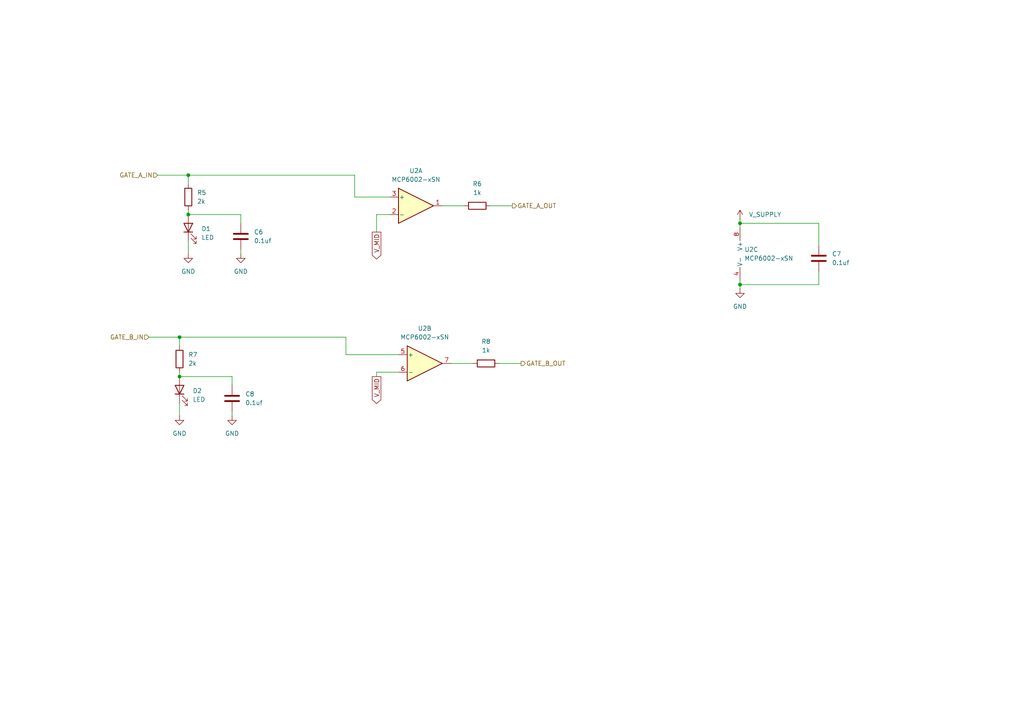
<source format=kicad_sch>
(kicad_sch (version 20231120) (generator "eeschema") (generator_version "8.0")
  (paper "A4")
  (lib_symbols
    (symbol "Amplifier_Operational:MCP6002-xSN" (pin_names (offset 0.127))
      (property "Reference" "U" (at 0 5.08 0))
      (property "Value" "MCP6002-xSN" (at 0 -5.08 0))
      (symbol "MCP6002-xSN_1_1"
        (polyline (pts (xy -5.08 5.08) (xy 5.08 0) (xy -5.08 -5.08) (xy -5.08 5.08)) (stroke (width 0.254)) (fill (type background)))
        (pin output line (at 7.62 0 180) (length 2.54) (name "~") (number "1"))
        (pin input line (at -7.62 -2.54 0) (length 2.54) (name "-") (number "2"))
        (pin input line (at -7.62 2.54 0) (length 2.54) (name "+") (number "3"))
      )
      (symbol "MCP6002-xSN_2_1"
        (polyline (pts (xy -5.08 5.08) (xy 5.08 0) (xy -5.08 -5.08) (xy -5.08 5.08)) (stroke (width 0.254)) (fill (type background)))
        (pin input line (at -7.62 2.54 0) (length 2.54) (name "+") (number "5"))
        (pin input line (at -7.62 -2.54 0) (length 2.54) (name "-") (number "6"))
        (pin output line (at 7.62 0 180) (length 2.54) (name "~") (number "7"))
      )
      (symbol "MCP6002-xSN_3_1"
        (pin power_in line (at -2.54 -7.62 90) (length 3.81) (name "V-") (number "4"))
        (pin power_in line (at -2.54 7.62 270) (length 3.81) (name "V+") (number "8"))
      )
    )
    (symbol "Device:C" (pin_numbers hide) (pin_names (offset 0.254))
      (property "Reference" "C" (at 0.635 2.54 0))
      (property "Value" "C" (at 0.635 -2.54 0))
      (symbol "C_0_1"
        (polyline (pts (xy -2.032 -0.762) (xy 2.032 -0.762)) (stroke (width 0.508)))
        (polyline (pts (xy -2.032 0.762) (xy 2.032 0.762)) (stroke (width 0.508)))
      )
      (symbol "C_1_1"
        (pin passive line (at 0 3.81 270) (length 2.794) (name "~") (number "1"))
        (pin passive line (at 0 -3.81 90) (length 2.794) (name "~") (number "2"))
      )
    )
    (symbol "Device:LED" (pin_numbers hide) (pin_names (offset 1.016) hide)
      (property "Reference" "D" (at 0 2.54 0))
      (property "Value" "LED" (at 0 -2.54 0))
      (symbol "LED_0_1"
        (polyline (pts (xy -1.27 -1.27) (xy -1.27 1.27)) (stroke (width 0.254)))
        (polyline (pts (xy -1.27 0) (xy 1.27 0)))
        (polyline (pts (xy 1.27 -1.27) (xy 1.27 1.27) (xy -1.27 0) (xy 1.27 -1.27)) (stroke (width 0.254)))
        (polyline (pts (xy -3.048 -0.762) (xy -4.572 -2.286) (xy -3.81 -2.286) (xy -4.572 -2.286) (xy -4.572 -1.524)))
        (polyline (pts (xy -1.778 -0.762) (xy -3.302 -2.286) (xy -2.54 -2.286) (xy -3.302 -2.286) (xy -3.302 -1.524)))
      )
      (symbol "LED_1_1"
        (pin passive line (at -3.81 0 0) (length 2.54) (name "K") (number "1"))
        (pin passive line (at 3.81 0 180) (length 2.54) (name "A") (number "2"))
      )
    )
    (symbol "Device:R" (pin_numbers hide) (pin_names (offset 0))
      (property "Reference" "R" (at 2.032 0 90))
      (property "Value" "R" (at 0 0 90))
      (symbol "R_0_1"
        (rectangle (start -1.016 -2.54) (end 1.016 2.54) (stroke (width 0.254)))
      )
      (symbol "R_1_1"
        (pin passive line (at 0 3.81 270) (length 1.27) (name "~") (number "1"))
        (pin passive line (at 0 -3.81 90) (length 1.27) (name "~") (number "2"))
      )
    )
    (symbol "power:+5V" (power) (pin_numbers hide) (pin_names (offset 0) hide)
      (property "Value" "+5V" (at 0 3.556 0))
      (symbol "+5V_0_1"
        (polyline (pts (xy -0.762 1.27) (xy 0 2.54)))
        (polyline (pts (xy 0 0) (xy 0 2.54)))
        (polyline (pts (xy 0 2.54) (xy 0.762 1.27)))
      )
      (symbol "+5V_1_1"
        (pin power_in line (at 0 0 90) (length 0) (name "~") (number "1"))
      )
    )
    (symbol "power:GND" (power) (pin_numbers hide) (pin_names (offset 0) hide)
      (property "Value" "GND" (at 0 -3.81 0))
      (symbol "GND_0_1"
        (polyline (pts (xy 0 0) (xy 0 -1.27) (xy 1.27 -1.27) (xy 0 -2.54) (xy -1.27 -1.27) (xy 0 -1.27)))
      )
      (symbol "GND_1_1"
        (pin power_in line (at 0 0 270) (length 0) (name "~") (number "1"))
      )
    )
  )
  (junction (at 54.61 50.8))
  (junction (at 54.61 62.23))
  (junction (at 52.07 109.22))
  (junction (at 214.63 64.77))
  (junction (at 214.63 82.55))
  (junction (at 52.07 97.79))
  (wire (pts (xy 214.63 83.82) (xy 214.63 82.55)))
  (wire (pts (xy 52.07 120.65) (xy 52.07 116.84)))
  (wire (pts (xy 214.63 63.5) (xy 214.63 64.77)))
  (wire (pts (xy 109.22 107.95) (xy 109.22 109.22)))
  (wire (pts (xy 69.85 73.66) (xy 69.85 72.39)))
  (wire (pts (xy 214.63 64.77) (xy 214.63 66.04)))
  (wire (pts (xy 113.03 62.23) (xy 109.22 62.23)))
  (wire (pts (xy 67.31 111.76) (xy 67.31 109.22)))
  (wire (pts (xy 102.87 50.8) (xy 54.61 50.8)))
  (wire (pts (xy 67.31 109.22) (xy 52.07 109.22)))
  (wire (pts (xy 102.87 57.15) (xy 102.87 50.8)))
  (wire (pts (xy 100.33 97.79) (xy 100.33 102.87)))
  (wire (pts (xy 54.61 50.8) (xy 54.61 53.34)))
  (wire (pts (xy 52.07 97.79) (xy 52.07 100.33)))
  (wire (pts (xy 115.57 107.95) (xy 109.22 107.95)))
  (wire (pts (xy 43.18 97.79) (xy 52.07 97.79)))
  (wire (pts (xy 69.85 62.23) (xy 54.61 62.23)))
  (wire (pts (xy 100.33 97.79) (xy 52.07 97.79)))
  (wire (pts (xy 54.61 62.23) (xy 54.61 60.96)))
  (wire (pts (xy 113.03 57.15) (xy 102.87 57.15)))
  (wire (pts (xy 137.16 105.41) (xy 130.81 105.41)))
  (wire (pts (xy 69.85 64.77) (xy 69.85 62.23)))
  (wire (pts (xy 67.31 120.65) (xy 67.31 119.38)))
  (wire (pts (xy 237.49 64.77) (xy 214.63 64.77)))
  (wire (pts (xy 109.22 62.23) (xy 109.22 67.31)))
  (wire (pts (xy 100.33 102.87) (xy 115.57 102.87)))
  (wire (pts (xy 134.62 59.69) (xy 128.27 59.69)))
  (wire (pts (xy 52.07 109.22) (xy 52.07 107.95)))
  (wire (pts (xy 237.49 82.55) (xy 214.63 82.55)))
  (wire (pts (xy 45.72 50.8) (xy 54.61 50.8)))
  (wire (pts (xy 214.63 81.28) (xy 214.63 82.55)))
  (wire (pts (xy 54.61 73.66) (xy 54.61 69.85)))
  (wire (pts (xy 144.78 105.41) (xy 151.13 105.41)))
  (wire (pts (xy 237.49 71.12) (xy 237.49 64.77)))
  (wire (pts (xy 142.24 59.69) (xy 148.59 59.69)))
  (wire (pts (xy 237.49 78.74) (xy 237.49 82.55)))
  (global_label "V_MID" (shape output) (at 109.22 67.31 270) (property "Intersheetrefs" "${INTERSHEET_REFS}" (effects (hide yes))))
  (global_label "V_MID" (shape output) (at 109.22 109.22 270) (property "Intersheetrefs" "${INTERSHEET_REFS}" (effects (hide yes))))
  (hierarchical_label "GATE_A_OUT" (shape output) (at 148.59 59.69 0))
  (hierarchical_label "GATE_B_IN" (shape input) (at 43.18 97.79 180))
  (hierarchical_label "GATE_B_OUT" (shape output) (at 151.13 105.41 0))
  (hierarchical_label "GATE_A_IN" (shape input) (at 45.72 50.8 180))
  (symbol (lib_id "power:+5V") (at 214.63 63.5 0) (unit 1)
    (property "Reference" "#PWR022" (effects (hide yes)))
    (property "Value" "V_SUPPLY" (at 217.17 62.2299 0) (effects (justify left)))
    (property "Description" "Power symbol creates a global label with name \"+5V\"" (effects (hide yes)))
    (instances (project "midi" (path "" (reference "#PWR022") (unit 1)) (path "" (reference "#PWR040") (unit 1)) (path "" (reference "#PWR028") (unit 1)) (path "" (reference "#PWR034") (unit 1))))
  )
  (symbol (lib_id "Device:C") (at 237.49 74.93 0) (unit 1)
    (property "Reference" "C7" (at 241.3 73.6599 0) (effects (justify left)))
    (property "Value" "0.1uf" (at 241.3 76.1999 0) (effects (justify left)))
    (property "Footprint" "Capacitor_SMD:C_0402_1005Metric" (effects (hide yes)))
    (property "Description" "Unpolarized capacitor" (effects (hide yes)))
    (instances (project "midi" (path "" (reference "C7") (unit 1)) (path "" (reference "C16") (unit 1)) (path "" (reference "C10") (unit 1)) (path "" (reference "C13") (unit 1))))
  )
  (symbol (lib_id "Device:C") (at 69.85 68.58 0) (unit 1)
    (property "Reference" "C6" (at 73.66 67.3099 0) (effects (justify left)))
    (property "Value" "0.1uf" (at 73.66 69.8499 0) (effects (justify left)))
    (property "Footprint" "Capacitor_SMD:C_0402_1005Metric" (effects (hide yes)))
    (property "Description" "Unpolarized capacitor" (effects (hide yes)))
    (instances (project "midi" (path "" (reference "C6") (unit 1)) (path "" (reference "C15") (unit 1)) (path "" (reference "C9") (unit 1)) (path "" (reference "C12") (unit 1))))
  )
  (symbol (lib_id "power:GND") (at 214.63 83.82 0) (unit 1)
    (property "Reference" "#PWR025" (effects (hide yes)))
    (property "Value" "GND" (at 214.63 88.9 0))
    (property "Description" "Power symbol creates a global label with name \"GND\" , ground" (effects (hide yes)))
    (instances (project "midi" (path "" (reference "#PWR025") (unit 1)) (path "" (reference "#PWR043") (unit 1)) (path "" (reference "#PWR031") (unit 1)) (path "" (reference "#PWR037") (unit 1))))
  )
  (symbol (lib_id "power:GND") (at 69.85 73.66 0) (unit 1)
    (property "Reference" "#PWR024" (effects (hide yes)))
    (property "Value" "GND" (at 69.85 78.74 0))
    (property "Description" "Power symbol creates a global label with name \"GND\" , ground" (effects (hide yes)))
    (instances (project "midi" (path "" (reference "#PWR024") (unit 1)) (path "" (reference "#PWR042") (unit 1)) (path "" (reference "#PWR030") (unit 1)) (path "" (reference "#PWR036") (unit 1))))
  )
  (symbol (lib_id "Device:R") (at 138.43 59.69 90) (unit 1)
    (property "Reference" "R6" (at 138.43 53.34 90))
    (property "Value" "1k" (at 138.43 55.88 90))
    (property "Footprint" "Resistor_SMD:R_0402_1005Metric" (effects (hide yes)))
    (property "Description" "Resistor" (effects (hide yes)))
    (instances (project "midi" (path "" (reference "R6") (unit 1)) (path "" (reference "R18") (unit 1)) (path "" (reference "R10") (unit 1)) (path "" (reference "R14") (unit 1))))
  )
  (symbol (lib_id "power:GND") (at 52.07 120.65 0) (unit 1)
    (property "Reference" "#PWR026" (effects (hide yes)))
    (property "Value" "GND" (at 52.07 125.73 0))
    (property "Description" "Power symbol creates a global label with name \"GND\" , ground" (effects (hide yes)))
    (instances (project "midi" (path "" (reference "#PWR026") (unit 1)) (path "" (reference "#PWR044") (unit 1)) (path "" (reference "#PWR032") (unit 1)) (path "" (reference "#PWR038") (unit 1))))
  )
  (symbol (lib_id "Amplifier_Operational:MCP6002-xSN") (at 217.17 73.66 0) (unit 3)
    (property "Reference" "U2" (at 215.9 72.3899 0) (effects (justify left)))
    (property "Value" "MCP6002-xSN" (at 215.9 74.9299 0) (effects (justify left)))
    (property "Footprint" "Package_SO:SOIC-8-1EP_3.9x4.9mm_P1.27mm_EP2.29x3mm" (effects (hide yes)))
    (property "Datasheet" "http://ww1.microchip.com/downloads/en/DeviceDoc/21733j.pdf" (effects (hide yes)))
    (property "Description" "1MHz, Low-Power Op Amp, SOIC-8" (effects (hide yes)))
    (instances (project "midi" (path "" (reference "U2") (unit 3)) (path "" (reference "U5") (unit 3)) (path "" (reference "U3") (unit 3)) (path "" (reference "U4") (unit 3))))
  )
  (symbol (lib_id "Device:R") (at 54.61 57.15 0) (unit 1)
    (property "Reference" "R5" (at 57.15 55.8799 0) (effects (justify left)))
    (property "Value" "2k" (at 57.15 58.4199 0) (effects (justify left)))
    (property "Footprint" "Resistor_SMD:R_0402_1005Metric" (effects (hide yes)))
    (property "Description" "Resistor" (effects (hide yes)))
    (instances (project "midi" (path "" (reference "R5") (unit 1)) (path "" (reference "R17") (unit 1)) (path "" (reference "R9") (unit 1)) (path "" (reference "R13") (unit 1))))
  )
  (symbol (lib_id "Amplifier_Operational:MCP6002-xSN") (at 120.65 59.69 0) (unit 1)
    (property "Reference" "U5" (at 120.65 49.53 0))
    (property "Value" "MCP6002-xSN" (at 120.65 52.07 0))
    (property "Footprint" "Package_SO:SOIC-8-1EP_3.9x4.9mm_P1.27mm_EP2.29x3mm" (effects (hide yes)))
    (property "Datasheet" "http://ww1.microchip.com/downloads/en/DeviceDoc/21733j.pdf" (effects (hide yes)))
    (property "Description" "1MHz, Low-Power Op Amp, SOIC-8" (effects (hide yes)))
    (instances (project "midi" (path "" (reference "U2") (unit 1)) (path "" (reference "U5") (unit 1)) (path "" (reference "U3") (unit 1)) (path "" (reference "U4") (unit 1))))
  )
  (symbol (lib_id "Device:LED") (at 52.07 113.03 90) (unit 1)
    (property "Reference" "D2" (at 55.88 113.3474 90) (effects (justify right)))
    (property "Value" "LED" (at 55.88 115.8874 90) (effects (justify right)))
    (property "Footprint" "LED_SMD:LED_0603_1608Metric" (effects (hide yes)))
    (property "Description" "Light emitting diode" (effects (hide yes)))
    (instances (project "midi" (path "" (reference "D2") (unit 1)) (path "" (reference "D8") (unit 1)) (path "" (reference "D4") (unit 1)) (path "" (reference "D6") (unit 1))))
  )
  (symbol (lib_id "Device:R") (at 140.97 105.41 90) (unit 1)
    (property "Reference" "R8" (at 140.97 99.06 90))
    (property "Value" "1k" (at 140.97 101.6 90))
    (property "Footprint" "Resistor_SMD:R_0402_1005Metric" (effects (hide yes)))
    (property "Description" "Resistor" (effects (hide yes)))
    (instances (project "midi" (path "" (reference "R8") (unit 1)) (path "" (reference "R20") (unit 1)) (path "" (reference "R12") (unit 1)) (path "" (reference "R16") (unit 1))))
  )
  (symbol (lib_id "Amplifier_Operational:MCP6002-xSN") (at 123.19 105.41 0) (unit 2)
    (property "Reference" "U2" (at 123.19 95.25 0))
    (property "Value" "MCP6002-xSN" (at 123.19 97.79 0))
    (property "Footprint" "Package_SO:SOIC-8-1EP_3.9x4.9mm_P1.27mm_EP2.29x3mm" (effects (hide yes)))
    (property "Datasheet" "http://ww1.microchip.com/downloads/en/DeviceDoc/21733j.pdf" (effects (hide yes)))
    (property "Description" "1MHz, Low-Power Op Amp, SOIC-8" (effects (hide yes)))
    (instances (project "midi" (path "" (reference "U2") (unit 2)) (path "" (reference "U5") (unit 2)) (path "" (reference "U3") (unit 2)) (path "" (reference "U4") (unit 2))))
  )
  (symbol (lib_id "Device:LED") (at 54.61 66.04 90) (unit 1)
    (property "Reference" "D1" (at 58.42 66.3574 90) (effects (justify right)))
    (property "Value" "LED" (at 58.42 68.8974 90) (effects (justify right)))
    (property "Footprint" "LED_SMD:LED_0603_1608Metric" (effects (hide yes)))
    (property "Description" "Light emitting diode" (effects (hide yes)))
    (instances (project "midi" (path "" (reference "D1") (unit 1)) (path "" (reference "D7") (unit 1)) (path "" (reference "D3") (unit 1)) (path "" (reference "D5") (unit 1))))
  )
  (symbol (lib_id "Device:R") (at 52.07 104.14 0) (unit 1)
    (property "Reference" "R7" (at 54.61 102.8699 0) (effects (justify left)))
    (property "Value" "2k" (at 54.61 105.4099 0) (effects (justify left)))
    (property "Footprint" "Resistor_SMD:R_0402_1005Metric" (effects (hide yes)))
    (property "Description" "Resistor" (effects (hide yes)))
    (instances (project "midi" (path "" (reference "R7") (unit 1)) (path "" (reference "R19") (unit 1)) (path "" (reference "R11") (unit 1)) (path "" (reference "R15") (unit 1))))
  )
  (symbol (lib_id "Device:C") (at 67.31 115.57 0) (unit 1)
    (property "Reference" "C8" (at 71.12 114.2999 0) (effects (justify left)))
    (property "Value" "0.1uf" (at 71.12 116.8399 0) (effects (justify left)))
    (property "Footprint" "Capacitor_SMD:C_0402_1005Metric" (effects (hide yes)))
    (property "Description" "Unpolarized capacitor" (effects (hide yes)))
    (instances (project "midi" (path "" (reference "C8") (unit 1)) (path "" (reference "C17") (unit 1)) (path "" (reference "C11") (unit 1)) (path "" (reference "C14") (unit 1))))
  )
  (symbol (lib_id "power:GND") (at 54.61 73.66 0) (unit 1)
    (property "Reference" "#PWR041" (effects (hide yes)))
    (property "Value" "GND" (at 54.61 78.74 0))
    (property "Description" "Power symbol creates a global label with name \"GND\" , ground" (effects (hide yes)))
    (instances (project "midi" (path "" (reference "#PWR0101") (unit 1)) (path "" (reference "#PWR041") (unit 1)) (path "" (reference "#PWR029") (unit 1)) (path "" (reference "#PWR035") (unit 1))))
  )
  (symbol (lib_id "power:GND") (at 67.31 120.65 0) (unit 1)
    (property "Reference" "#PWR027" (effects (hide yes)))
    (property "Value" "GND" (at 67.31 125.73 0))
    (property "Description" "Power symbol creates a global label with name \"GND\" , ground" (effects (hide yes)))
    (instances (project "midi" (path "" (reference "#PWR027") (unit 1)) (path "" (reference "#PWR045") (unit 1)) (path "" (reference "#PWR033") (unit 1)) (path "" (reference "#PWR039") (unit 1))))
  )
)
</source>
